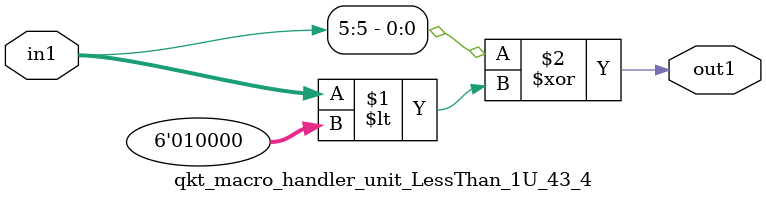
<source format=v>

`timescale 1ps / 1ps


module qkt_macro_handler_unit_LessThan_1U_43_4( in1, out1 );

    input [5:0] in1;
    output out1;

    
    // rtl_process:qkt_macro_handler_unit_LessThan_1U_43_4/qkt_macro_handler_unit_LessThan_1U_43_4_thread_1
    assign out1 = (in1[5] ^ in1 < 6'd16);

endmodule


</source>
